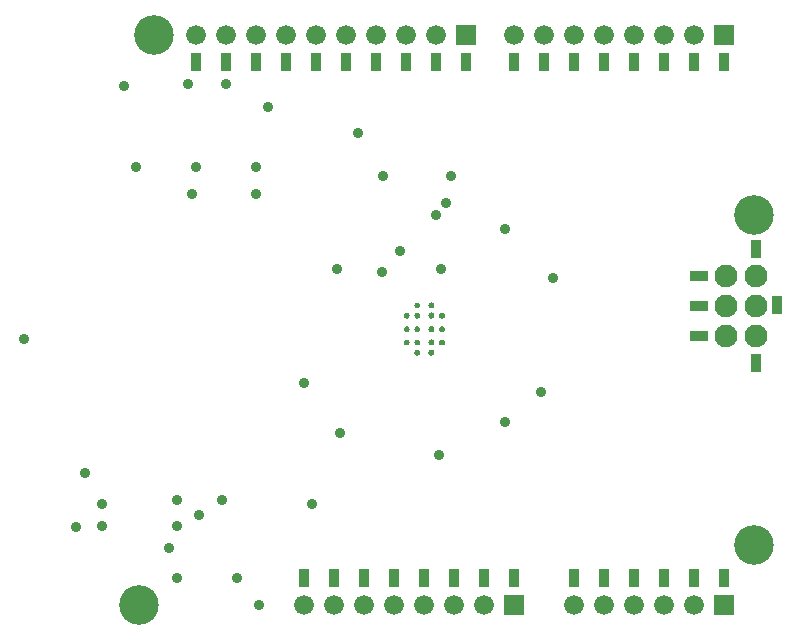
<source format=gbs>
G04*
G04 #@! TF.GenerationSoftware,Altium Limited,Altium Designer,19.1.5 (86)*
G04*
G04 Layer_Color=16711935*
%FSLAX25Y25*%
%MOIN*%
G70*
G01*
G75*
%ADD16R,0.03400X0.06200*%
%ADD17R,0.06200X0.03400*%
%ADD30C,0.07600*%
%ADD31R,0.06600X0.06600*%
%ADD32C,0.06600*%
%ADD33C,0.13198*%
%ADD34C,0.03600*%
G36*
X152746Y110801D02*
X153072Y110584D01*
X153289Y110258D01*
X153366Y109874D01*
X153289Y109490D01*
X153072Y109164D01*
X152746Y108947D01*
X152362Y108870D01*
X151978Y108947D01*
X151653Y109164D01*
X151435Y109490D01*
X151359Y109874D01*
X151435Y110258D01*
X151653Y110584D01*
X151978Y110801D01*
X152362Y110878D01*
X152746Y110801D01*
D02*
G37*
G36*
X148022D02*
X148347Y110584D01*
X148565Y110258D01*
X148641Y109874D01*
X148565Y109490D01*
X148347Y109164D01*
X148022Y108947D01*
X147638Y108870D01*
X147254Y108947D01*
X146928Y109164D01*
X146711Y109490D01*
X146634Y109874D01*
X146711Y110258D01*
X146928Y110584D01*
X147254Y110801D01*
X147638Y110878D01*
X148022Y110801D01*
D02*
G37*
G36*
X156290Y107415D02*
X156615Y107198D01*
X156833Y106872D01*
X156909Y106488D01*
X156833Y106104D01*
X156615Y105779D01*
X156290Y105561D01*
X155905Y105485D01*
X155522Y105561D01*
X155196Y105779D01*
X154978Y106104D01*
X154902Y106488D01*
X154978Y106872D01*
X155196Y107198D01*
X155522Y107415D01*
X155905Y107492D01*
X156290Y107415D01*
D02*
G37*
G36*
X152746D02*
X153072Y107198D01*
X153289Y106872D01*
X153366Y106488D01*
X153289Y106104D01*
X153072Y105779D01*
X152746Y105561D01*
X152362Y105485D01*
X151978Y105561D01*
X151653Y105779D01*
X151435Y106104D01*
X151359Y106488D01*
X151435Y106872D01*
X151653Y107198D01*
X151978Y107415D01*
X152362Y107492D01*
X152746Y107415D01*
D02*
G37*
G36*
X148022D02*
X148347Y107198D01*
X148565Y106872D01*
X148641Y106488D01*
X148565Y106104D01*
X148347Y105779D01*
X148022Y105561D01*
X147638Y105485D01*
X147254Y105561D01*
X146928Y105779D01*
X146711Y106104D01*
X146634Y106488D01*
X146711Y106872D01*
X146928Y107198D01*
X147254Y107415D01*
X147638Y107492D01*
X148022Y107415D01*
D02*
G37*
G36*
X144478D02*
X144804Y107198D01*
X145022Y106872D01*
X145098Y106488D01*
X145022Y106104D01*
X144804Y105779D01*
X144478Y105561D01*
X144095Y105485D01*
X143710Y105561D01*
X143385Y105779D01*
X143167Y106104D01*
X143091Y106488D01*
X143167Y106872D01*
X143385Y107198D01*
X143710Y107415D01*
X144095Y107492D01*
X144478Y107415D01*
D02*
G37*
G36*
X156290Y102927D02*
X156615Y102710D01*
X156833Y102384D01*
X156909Y102000D01*
X156833Y101616D01*
X156615Y101290D01*
X156290Y101073D01*
X155905Y100996D01*
X155522Y101073D01*
X155196Y101290D01*
X154978Y101616D01*
X154902Y102000D01*
X154978Y102384D01*
X155196Y102710D01*
X155522Y102927D01*
X155905Y103004D01*
X156290Y102927D01*
D02*
G37*
G36*
X152746D02*
X153072Y102710D01*
X153289Y102384D01*
X153366Y102000D01*
X153289Y101616D01*
X153072Y101290D01*
X152746Y101073D01*
X152362Y100996D01*
X151978Y101073D01*
X151653Y101290D01*
X151435Y101616D01*
X151359Y102000D01*
X151435Y102384D01*
X151653Y102710D01*
X151978Y102927D01*
X152362Y103004D01*
X152746Y102927D01*
D02*
G37*
G36*
X148022D02*
X148347Y102710D01*
X148565Y102384D01*
X148641Y102000D01*
X148565Y101616D01*
X148347Y101290D01*
X148022Y101073D01*
X147638Y100996D01*
X147254Y101073D01*
X146928Y101290D01*
X146711Y101616D01*
X146634Y102000D01*
X146711Y102384D01*
X146928Y102710D01*
X147254Y102927D01*
X147638Y103004D01*
X148022Y102927D01*
D02*
G37*
G36*
X144478D02*
X144804Y102710D01*
X145022Y102384D01*
X145098Y102000D01*
X145022Y101616D01*
X144804Y101290D01*
X144478Y101073D01*
X144095Y100996D01*
X143710Y101073D01*
X143385Y101290D01*
X143167Y101616D01*
X143091Y102000D01*
X143167Y102384D01*
X143385Y102710D01*
X143710Y102927D01*
X144095Y103004D01*
X144478Y102927D01*
D02*
G37*
G36*
X156290Y98439D02*
X156615Y98221D01*
X156833Y97896D01*
X156909Y97512D01*
X156833Y97128D01*
X156615Y96802D01*
X156290Y96585D01*
X155905Y96508D01*
X155522Y96585D01*
X155196Y96802D01*
X154978Y97128D01*
X154902Y97512D01*
X154978Y97896D01*
X155196Y98221D01*
X155522Y98439D01*
X155905Y98515D01*
X156290Y98439D01*
D02*
G37*
G36*
X152746D02*
X153072Y98221D01*
X153289Y97896D01*
X153366Y97512D01*
X153289Y97128D01*
X153072Y96802D01*
X152746Y96585D01*
X152362Y96508D01*
X151978Y96585D01*
X151653Y96802D01*
X151435Y97128D01*
X151359Y97512D01*
X151435Y97896D01*
X151653Y98221D01*
X151978Y98439D01*
X152362Y98515D01*
X152746Y98439D01*
D02*
G37*
G36*
X148022D02*
X148347Y98221D01*
X148565Y97896D01*
X148641Y97512D01*
X148565Y97128D01*
X148347Y96802D01*
X148022Y96585D01*
X147638Y96508D01*
X147254Y96585D01*
X146928Y96802D01*
X146711Y97128D01*
X146634Y97512D01*
X146711Y97896D01*
X146928Y98221D01*
X147254Y98439D01*
X147638Y98515D01*
X148022Y98439D01*
D02*
G37*
G36*
X144478D02*
X144804Y98221D01*
X145022Y97896D01*
X145098Y97512D01*
X145022Y97128D01*
X144804Y96802D01*
X144478Y96585D01*
X144095Y96508D01*
X143710Y96585D01*
X143385Y96802D01*
X143167Y97128D01*
X143091Y97512D01*
X143167Y97896D01*
X143385Y98221D01*
X143710Y98439D01*
X144095Y98515D01*
X144478Y98439D01*
D02*
G37*
G36*
X152746Y95053D02*
X153072Y94836D01*
X153289Y94510D01*
X153366Y94126D01*
X153289Y93742D01*
X153072Y93416D01*
X152746Y93199D01*
X152362Y93123D01*
X151978Y93199D01*
X151653Y93416D01*
X151435Y93742D01*
X151359Y94126D01*
X151435Y94510D01*
X151653Y94836D01*
X151978Y95053D01*
X152362Y95130D01*
X152746Y95053D01*
D02*
G37*
G36*
X148022D02*
X148347Y94836D01*
X148565Y94510D01*
X148641Y94126D01*
X148565Y93742D01*
X148347Y93416D01*
X148022Y93199D01*
X147638Y93123D01*
X147254Y93199D01*
X146928Y93416D01*
X146711Y93742D01*
X146634Y94126D01*
X146711Y94510D01*
X146928Y94836D01*
X147254Y95053D01*
X147638Y95130D01*
X148022Y95053D01*
D02*
G37*
D16*
X260551Y128803D02*
D03*
Y90803D02*
D03*
X267500Y110000D02*
D03*
X240000Y19000D02*
D03*
X230000D02*
D03*
X220000D02*
D03*
X200000D02*
D03*
X250000D02*
D03*
X210000D02*
D03*
X84000Y191000D02*
D03*
X124000D02*
D03*
X164000D02*
D03*
X74000D02*
D03*
X94000D02*
D03*
X104000D02*
D03*
X114000D02*
D03*
X134000D02*
D03*
X144000D02*
D03*
X154000D02*
D03*
X210000D02*
D03*
X250000D02*
D03*
X180000D02*
D03*
X190000D02*
D03*
X200000D02*
D03*
X220000D02*
D03*
X230000D02*
D03*
X240000D02*
D03*
X170000Y19000D02*
D03*
X160000D02*
D03*
X150000D02*
D03*
X130000D02*
D03*
X120000D02*
D03*
X110000D02*
D03*
X180000D02*
D03*
X140000D02*
D03*
D17*
X241551Y119803D02*
D03*
Y109803D02*
D03*
Y99803D02*
D03*
D30*
X250551Y119803D02*
D03*
X260551D02*
D03*
X250551Y109803D02*
D03*
X260551D02*
D03*
X250551Y99803D02*
D03*
X260551D02*
D03*
D31*
X250000Y10000D02*
D03*
X164000Y200000D02*
D03*
X250000D02*
D03*
X180000Y10000D02*
D03*
D32*
X240000D02*
D03*
X230000D02*
D03*
X220000D02*
D03*
X210000D02*
D03*
X200000D02*
D03*
X154000Y200000D02*
D03*
X144000D02*
D03*
X134000D02*
D03*
X124000D02*
D03*
X114000D02*
D03*
X104000D02*
D03*
X94000D02*
D03*
X84000D02*
D03*
X74000D02*
D03*
X230000D02*
D03*
X240000D02*
D03*
X180000D02*
D03*
X190000D02*
D03*
X200000D02*
D03*
X210000D02*
D03*
X220000D02*
D03*
X150000Y10000D02*
D03*
X140000D02*
D03*
X130000D02*
D03*
X120000D02*
D03*
X110000D02*
D03*
X170000D02*
D03*
X160000D02*
D03*
D33*
X60000Y200000D02*
D03*
X55000Y10000D02*
D03*
X260000Y140000D02*
D03*
Y30000D02*
D03*
D34*
X94846Y10000D02*
D03*
X36900Y54100D02*
D03*
X16700Y98800D02*
D03*
X75000Y40000D02*
D03*
X65000Y29000D02*
D03*
X136276Y153000D02*
D03*
X177000Y135213D02*
D03*
X159000Y153000D02*
D03*
X142000Y127842D02*
D03*
X154000Y140000D02*
D03*
X72500Y147000D02*
D03*
X157087Y144000D02*
D03*
X94000Y147000D02*
D03*
X136000Y121000D02*
D03*
X155541Y122000D02*
D03*
X121000D02*
D03*
X110000Y84000D02*
D03*
X122000Y67158D02*
D03*
X155000Y60000D02*
D03*
X193000Y119000D02*
D03*
X189000Y81000D02*
D03*
X177000Y71000D02*
D03*
X54000Y156000D02*
D03*
X74000D02*
D03*
X94000D02*
D03*
X128000Y167331D02*
D03*
X50000Y183000D02*
D03*
X98000Y176000D02*
D03*
X71106Y183500D02*
D03*
X84000D02*
D03*
X34000Y36000D02*
D03*
X112500Y43740D02*
D03*
X87500Y19000D02*
D03*
X67500D02*
D03*
X42500Y36260D02*
D03*
X67500D02*
D03*
X42500Y43740D02*
D03*
X82500Y45000D02*
D03*
X67500D02*
D03*
M02*

</source>
